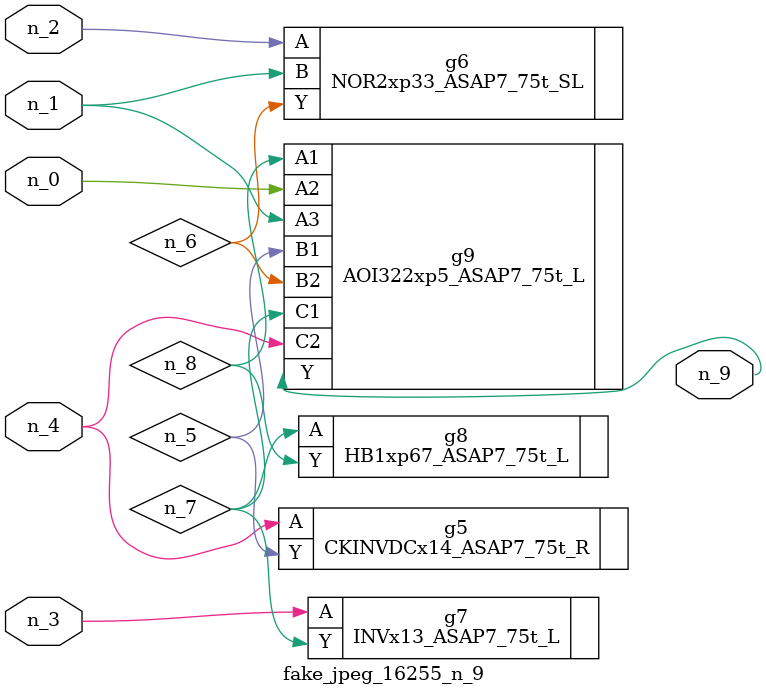
<source format=v>
module fake_jpeg_16255_n_9 (n_3, n_2, n_1, n_0, n_4, n_9);

input n_3;
input n_2;
input n_1;
input n_0;
input n_4;

output n_9;

wire n_8;
wire n_6;
wire n_5;
wire n_7;

CKINVDCx14_ASAP7_75t_R g5 ( 
.A(n_4),
.Y(n_5)
);

NOR2xp33_ASAP7_75t_SL g6 ( 
.A(n_2),
.B(n_1),
.Y(n_6)
);

INVx13_ASAP7_75t_L g7 ( 
.A(n_3),
.Y(n_7)
);

HB1xp67_ASAP7_75t_L g8 ( 
.A(n_7),
.Y(n_8)
);

AOI322xp5_ASAP7_75t_L g9 ( 
.A1(n_8),
.A2(n_0),
.A3(n_1),
.B1(n_5),
.B2(n_6),
.C1(n_7),
.C2(n_4),
.Y(n_9)
);


endmodule
</source>
